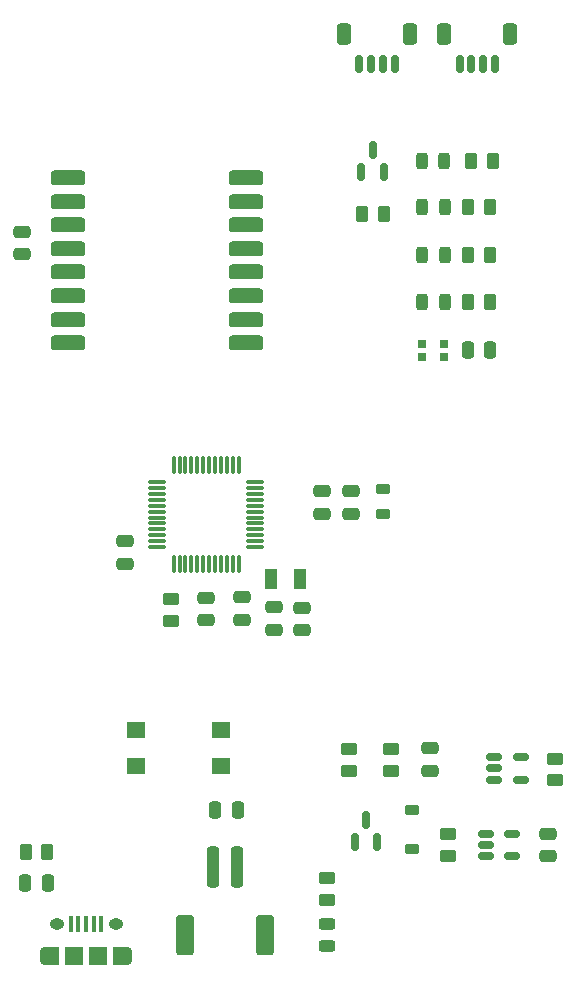
<source format=gbr>
%TF.GenerationSoftware,KiCad,Pcbnew,8.0.3*%
%TF.CreationDate,2024-06-19T01:19:57-05:00*%
%TF.ProjectId,bicep,62696365-702e-46b6-9963-61645f706362,rev?*%
%TF.SameCoordinates,Original*%
%TF.FileFunction,Paste,Top*%
%TF.FilePolarity,Positive*%
%FSLAX46Y46*%
G04 Gerber Fmt 4.6, Leading zero omitted, Abs format (unit mm)*
G04 Created by KiCad (PCBNEW 8.0.3) date 2024-06-19 01:19:57*
%MOMM*%
%LPD*%
G01*
G04 APERTURE LIST*
G04 Aperture macros list*
%AMRoundRect*
0 Rectangle with rounded corners*
0 $1 Rounding radius*
0 $2 $3 $4 $5 $6 $7 $8 $9 X,Y pos of 4 corners*
0 Add a 4 corners polygon primitive as box body*
4,1,4,$2,$3,$4,$5,$6,$7,$8,$9,$2,$3,0*
0 Add four circle primitives for the rounded corners*
1,1,$1+$1,$2,$3*
1,1,$1+$1,$4,$5*
1,1,$1+$1,$6,$7*
1,1,$1+$1,$8,$9*
0 Add four rect primitives between the rounded corners*
20,1,$1+$1,$2,$3,$4,$5,0*
20,1,$1+$1,$4,$5,$6,$7,0*
20,1,$1+$1,$6,$7,$8,$9,0*
20,1,$1+$1,$8,$9,$2,$3,0*%
G04 Aperture macros list end*
%ADD10R,0.700000X0.700000*%
%ADD11RoundRect,0.317500X1.157500X0.317500X-1.157500X0.317500X-1.157500X-0.317500X1.157500X-0.317500X0*%
%ADD12RoundRect,0.250000X-0.250000X-1.500000X0.250000X-1.500000X0.250000X1.500000X-0.250000X1.500000X0*%
%ADD13RoundRect,0.250001X-0.499999X-1.449999X0.499999X-1.449999X0.499999X1.449999X-0.499999X1.449999X0*%
%ADD14RoundRect,0.250000X-0.450000X0.262500X-0.450000X-0.262500X0.450000X-0.262500X0.450000X0.262500X0*%
%ADD15RoundRect,0.150000X0.150000X-0.587500X0.150000X0.587500X-0.150000X0.587500X-0.150000X-0.587500X0*%
%ADD16RoundRect,0.250000X0.262500X0.450000X-0.262500X0.450000X-0.262500X-0.450000X0.262500X-0.450000X0*%
%ADD17R,1.600000X1.400000*%
%ADD18RoundRect,0.250000X0.450000X-0.262500X0.450000X0.262500X-0.450000X0.262500X-0.450000X-0.262500X0*%
%ADD19O,0.890000X1.550000*%
%ADD20O,1.250000X0.950000*%
%ADD21R,0.400000X1.350000*%
%ADD22R,1.200000X1.550000*%
%ADD23R,1.500000X1.550000*%
%ADD24RoundRect,0.243750X-0.243750X-0.456250X0.243750X-0.456250X0.243750X0.456250X-0.243750X0.456250X0*%
%ADD25RoundRect,0.250000X0.475000X-0.250000X0.475000X0.250000X-0.475000X0.250000X-0.475000X-0.250000X0*%
%ADD26R,1.000000X1.800000*%
%ADD27RoundRect,0.150000X-0.512500X-0.150000X0.512500X-0.150000X0.512500X0.150000X-0.512500X0.150000X0*%
%ADD28RoundRect,0.250000X-0.262500X-0.450000X0.262500X-0.450000X0.262500X0.450000X-0.262500X0.450000X0*%
%ADD29RoundRect,0.150000X-0.150000X-0.625000X0.150000X-0.625000X0.150000X0.625000X-0.150000X0.625000X0*%
%ADD30RoundRect,0.250000X-0.350000X-0.650000X0.350000X-0.650000X0.350000X0.650000X-0.350000X0.650000X0*%
%ADD31RoundRect,0.225000X0.375000X-0.225000X0.375000X0.225000X-0.375000X0.225000X-0.375000X-0.225000X0*%
%ADD32RoundRect,0.075000X0.662500X0.075000X-0.662500X0.075000X-0.662500X-0.075000X0.662500X-0.075000X0*%
%ADD33RoundRect,0.075000X0.075000X0.662500X-0.075000X0.662500X-0.075000X-0.662500X0.075000X-0.662500X0*%
%ADD34RoundRect,0.250000X-0.475000X0.250000X-0.475000X-0.250000X0.475000X-0.250000X0.475000X0.250000X0*%
%ADD35RoundRect,0.250000X-0.250000X-0.475000X0.250000X-0.475000X0.250000X0.475000X-0.250000X0.475000X0*%
%ADD36RoundRect,0.250000X0.250000X0.475000X-0.250000X0.475000X-0.250000X-0.475000X0.250000X-0.475000X0*%
%ADD37RoundRect,0.218750X-0.381250X0.218750X-0.381250X-0.218750X0.381250X-0.218750X0.381250X0.218750X0*%
%ADD38RoundRect,0.243750X0.456250X-0.243750X0.456250X0.243750X-0.456250X0.243750X-0.456250X-0.243750X0*%
G04 APERTURE END LIST*
D10*
%TO.C,LED6*%
X153835000Y-90090000D03*
X153835000Y-91190000D03*
X155665000Y-91190000D03*
X155665000Y-90090000D03*
%TD*%
D11*
%TO.C,U2*%
X138930000Y-90000000D03*
X138930000Y-88000000D03*
X138930000Y-86000000D03*
X138930000Y-84000000D03*
X138930000Y-82000000D03*
X138930000Y-80000000D03*
X138930000Y-78000000D03*
X138930000Y-76000000D03*
X123880000Y-76000000D03*
X123880000Y-78000000D03*
X123880000Y-80000000D03*
X123880000Y-82000000D03*
X123880000Y-84000000D03*
X123880000Y-86000000D03*
X123880000Y-88000000D03*
X123880000Y-90000000D03*
%TD*%
D12*
%TO.C,J10*%
X136160000Y-134310000D03*
X138160000Y-134310000D03*
D13*
X133810000Y-140060000D03*
X140510000Y-140060000D03*
%TD*%
D14*
%TO.C,R12*%
X151200000Y-124375000D03*
X151200000Y-126200000D03*
%TD*%
D15*
%TO.C,Q2*%
X148150000Y-132237500D03*
X150050000Y-132237500D03*
X149100000Y-130362500D03*
%TD*%
D16*
%TO.C,R4*%
X159562500Y-78500000D03*
X157737500Y-78500000D03*
%TD*%
D17*
%TO.C,SW1*%
X136800000Y-125750000D03*
X129600000Y-125750000D03*
X136800000Y-122750000D03*
X129600000Y-122750000D03*
%TD*%
D18*
%TO.C,R11*%
X147700000Y-126200000D03*
X147700000Y-124375000D03*
%TD*%
D19*
%TO.C,J11*%
X121900000Y-141900000D03*
D20*
X122900000Y-139200000D03*
X127900000Y-139200000D03*
D19*
X128900000Y-141900000D03*
D21*
X124100000Y-139200000D03*
X124750000Y-139200000D03*
X125400000Y-139200000D03*
X126050000Y-139200000D03*
X126700000Y-139200000D03*
D22*
X122500000Y-141900000D03*
D23*
X124400000Y-141900000D03*
X126400000Y-141900000D03*
D22*
X128300000Y-141900000D03*
%TD*%
D24*
%TO.C,LED1*%
X153812500Y-74540000D03*
X155687500Y-74540000D03*
%TD*%
%TO.C,LED3*%
X153875000Y-82540000D03*
X155750000Y-82540000D03*
%TD*%
D25*
%TO.C,C12*%
X154500000Y-126200000D03*
X154500000Y-124300000D03*
%TD*%
D26*
%TO.C,Y1*%
X143550000Y-109950000D03*
X141050000Y-109950000D03*
%TD*%
D27*
%TO.C,U4*%
X159225000Y-131550000D03*
X159225000Y-132500000D03*
X159225000Y-133450000D03*
X161500000Y-133450000D03*
X161500000Y-131550000D03*
%TD*%
D28*
%TO.C,R8*%
X120275000Y-133100000D03*
X122100000Y-133100000D03*
%TD*%
D18*
%TO.C,R10*%
X156000000Y-133412500D03*
X156000000Y-131587500D03*
%TD*%
D29*
%TO.C,J2*%
X157020000Y-66325000D03*
X158020000Y-66325000D03*
X159020000Y-66325000D03*
X160020000Y-66325000D03*
D30*
X155720000Y-63800000D03*
X161320000Y-63800000D03*
%TD*%
D25*
%TO.C,C7*%
X145350000Y-104425000D03*
X145350000Y-102525000D03*
%TD*%
D29*
%TO.C,J3*%
X148520000Y-66325000D03*
X149520000Y-66325000D03*
X150520000Y-66325000D03*
X151520000Y-66325000D03*
D30*
X147220000Y-63800000D03*
X152820000Y-63800000D03*
%TD*%
D25*
%TO.C,C3*%
X141300000Y-114250000D03*
X141300000Y-112350000D03*
%TD*%
D14*
%TO.C,R9*%
X165100000Y-125175000D03*
X165100000Y-127000000D03*
%TD*%
D31*
%TO.C,D1*%
X153000000Y-132840000D03*
X153000000Y-129540000D03*
%TD*%
D16*
%TO.C,R3*%
X159812500Y-74600000D03*
X157987500Y-74600000D03*
%TD*%
D25*
%TO.C,C8*%
X120000000Y-82450000D03*
X120000000Y-80550000D03*
%TD*%
D16*
%TO.C,R5*%
X159562500Y-82500000D03*
X157737500Y-82500000D03*
%TD*%
D24*
%TO.C,LED4*%
X153875000Y-86540000D03*
X155750000Y-86540000D03*
%TD*%
D27*
%TO.C,U3*%
X159962500Y-125050000D03*
X159962500Y-126000000D03*
X159962500Y-126950000D03*
X162237500Y-126950000D03*
X162237500Y-125050000D03*
%TD*%
D32*
%TO.C,U1*%
X139725000Y-107250000D03*
X139725000Y-106750000D03*
X139725000Y-106250000D03*
X139725000Y-105750000D03*
X139725000Y-105250000D03*
X139725000Y-104750000D03*
X139725000Y-104250000D03*
X139725000Y-103750000D03*
X139725000Y-103250000D03*
X139725000Y-102750000D03*
X139725000Y-102250000D03*
X139725000Y-101750000D03*
D33*
X138312500Y-100337500D03*
X137812500Y-100337500D03*
X137312500Y-100337500D03*
X136812500Y-100337500D03*
X136312500Y-100337500D03*
X135812500Y-100337500D03*
X135312500Y-100337500D03*
X134812500Y-100337500D03*
X134312500Y-100337500D03*
X133812500Y-100337500D03*
X133312500Y-100337500D03*
X132812500Y-100337500D03*
D32*
X131400000Y-101750000D03*
X131400000Y-102250000D03*
X131400000Y-102750000D03*
X131400000Y-103250000D03*
X131400000Y-103750000D03*
X131400000Y-104250000D03*
X131400000Y-104750000D03*
X131400000Y-105250000D03*
X131400000Y-105750000D03*
X131400000Y-106250000D03*
X131400000Y-106750000D03*
X131400000Y-107250000D03*
D33*
X132812500Y-108662500D03*
X133312500Y-108662500D03*
X133812500Y-108662500D03*
X134312500Y-108662500D03*
X134812500Y-108662500D03*
X135312500Y-108662500D03*
X135812500Y-108662500D03*
X136312500Y-108662500D03*
X136812500Y-108662500D03*
X137312500Y-108662500D03*
X137812500Y-108662500D03*
X138312500Y-108662500D03*
%TD*%
D34*
%TO.C,C2*%
X138562500Y-111500000D03*
X138562500Y-113400000D03*
%TD*%
%TO.C,C13*%
X164500000Y-131550000D03*
X164500000Y-133450000D03*
%TD*%
D25*
%TO.C,C5*%
X128700000Y-108650000D03*
X128700000Y-106750000D03*
%TD*%
D16*
%TO.C,R6*%
X159562500Y-86500000D03*
X157737500Y-86500000D03*
%TD*%
D35*
%TO.C,C11*%
X157700000Y-90600000D03*
X159600000Y-90600000D03*
%TD*%
D25*
%TO.C,C6*%
X147850000Y-104425000D03*
X147850000Y-102525000D03*
%TD*%
D35*
%TO.C,C9*%
X136350000Y-129540000D03*
X138250000Y-129540000D03*
%TD*%
D14*
%TO.C,R7*%
X145760000Y-135312500D03*
X145760000Y-137137500D03*
%TD*%
D34*
%TO.C,C4*%
X135562500Y-111550000D03*
X135562500Y-113450000D03*
%TD*%
D25*
%TO.C,C1*%
X143700000Y-114300000D03*
X143700000Y-112400000D03*
%TD*%
D28*
%TO.C,R2*%
X148775000Y-79040000D03*
X150600000Y-79040000D03*
%TD*%
D15*
%TO.C,Q1*%
X148712500Y-75477500D03*
X150612500Y-75477500D03*
X149662500Y-73602500D03*
%TD*%
D14*
%TO.C,R1*%
X132562500Y-111675000D03*
X132562500Y-113500000D03*
%TD*%
D36*
%TO.C,C10*%
X122150000Y-135700000D03*
X120250000Y-135700000D03*
%TD*%
D24*
%TO.C,LED2*%
X153875000Y-78420000D03*
X155750000Y-78420000D03*
%TD*%
D37*
%TO.C,FB1*%
X150500000Y-102300000D03*
X150500000Y-104425000D03*
%TD*%
D38*
%TO.C,LED5*%
X145800000Y-141000000D03*
X145800000Y-139125000D03*
%TD*%
M02*

</source>
